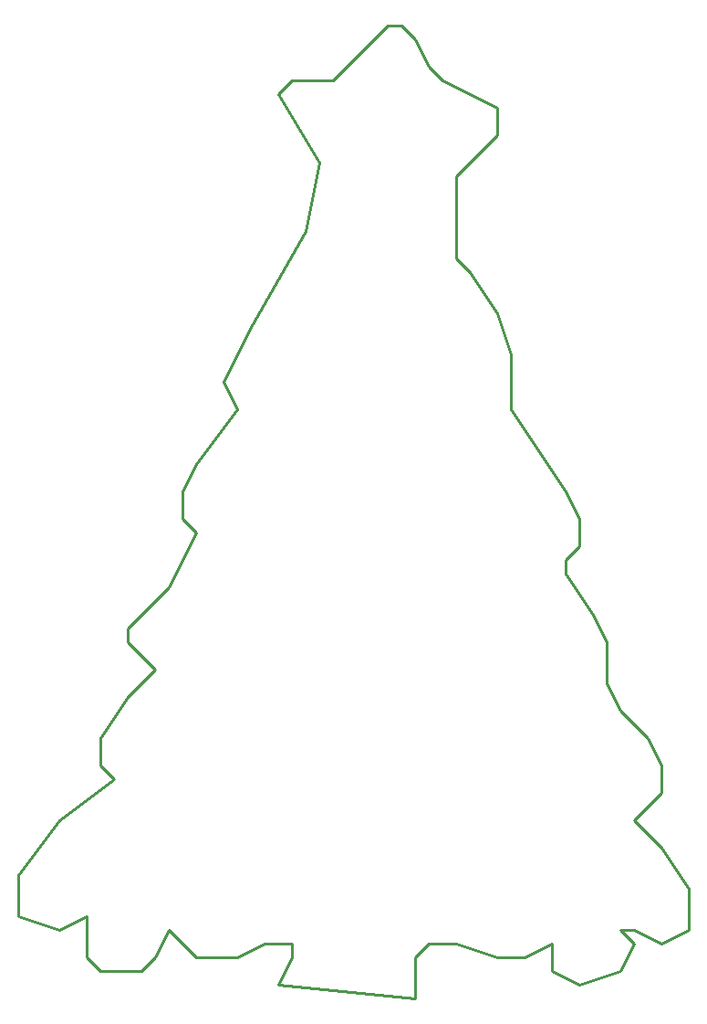
<source format=gbr>
G04 EAGLE Gerber RS-274X export*
G75*
%MOMM*%
%FSLAX34Y34*%
%LPD*%
%IN*%
%IPPOS*%
%AMOC8*
5,1,8,0,0,1.08239X$1,22.5*%
G01*
%ADD10C,0.254000*%


D10*
X152400Y127000D02*
X190500Y114300D01*
X215900Y127000D01*
X215900Y88900D01*
X228600Y76200D01*
X266700Y76200D01*
X279400Y88900D01*
X292100Y114300D01*
X317500Y88900D01*
X355600Y88900D01*
X381000Y101600D01*
X406400Y101600D01*
X406400Y88900D01*
X393700Y63500D01*
X520700Y50800D01*
X520700Y88900D01*
X533400Y101600D01*
X558800Y101600D01*
X596900Y88900D01*
X622300Y88900D01*
X647700Y101600D01*
X647700Y76200D01*
X673100Y63500D01*
X711200Y76200D01*
X723900Y101600D01*
X711200Y114300D01*
X723900Y114300D01*
X749300Y101600D01*
X774700Y114300D01*
X774700Y152400D01*
X749300Y190500D01*
X723900Y215900D01*
X749300Y241300D01*
X749300Y266700D01*
X736600Y292100D01*
X711200Y317500D01*
X698500Y342900D01*
X698500Y381000D01*
X685800Y406400D01*
X660400Y444500D01*
X660400Y457200D01*
X673100Y469900D01*
X673100Y495300D01*
X660400Y520700D01*
X609600Y596900D01*
X609600Y647700D01*
X596900Y685800D01*
X571500Y723900D01*
X558800Y736600D01*
X558800Y812800D01*
X596900Y850900D01*
X596900Y876300D01*
X546100Y901700D01*
X533400Y914400D01*
X520700Y939800D01*
X508000Y952500D01*
X495300Y952500D01*
X444500Y901700D01*
X406400Y901700D01*
X393700Y889000D01*
X431800Y825500D01*
X419100Y762000D01*
X368300Y673100D01*
X342900Y622300D01*
X355600Y596900D01*
X317500Y546100D01*
X304800Y520700D01*
X304800Y495300D01*
X317500Y482600D01*
X292100Y431800D01*
X254000Y393700D01*
X254000Y381000D01*
X279400Y355600D01*
X254000Y330200D01*
X228600Y292100D01*
X228600Y266700D01*
X241300Y254000D01*
X190500Y215900D01*
X152400Y165100D01*
X152400Y127000D01*
M02*

</source>
